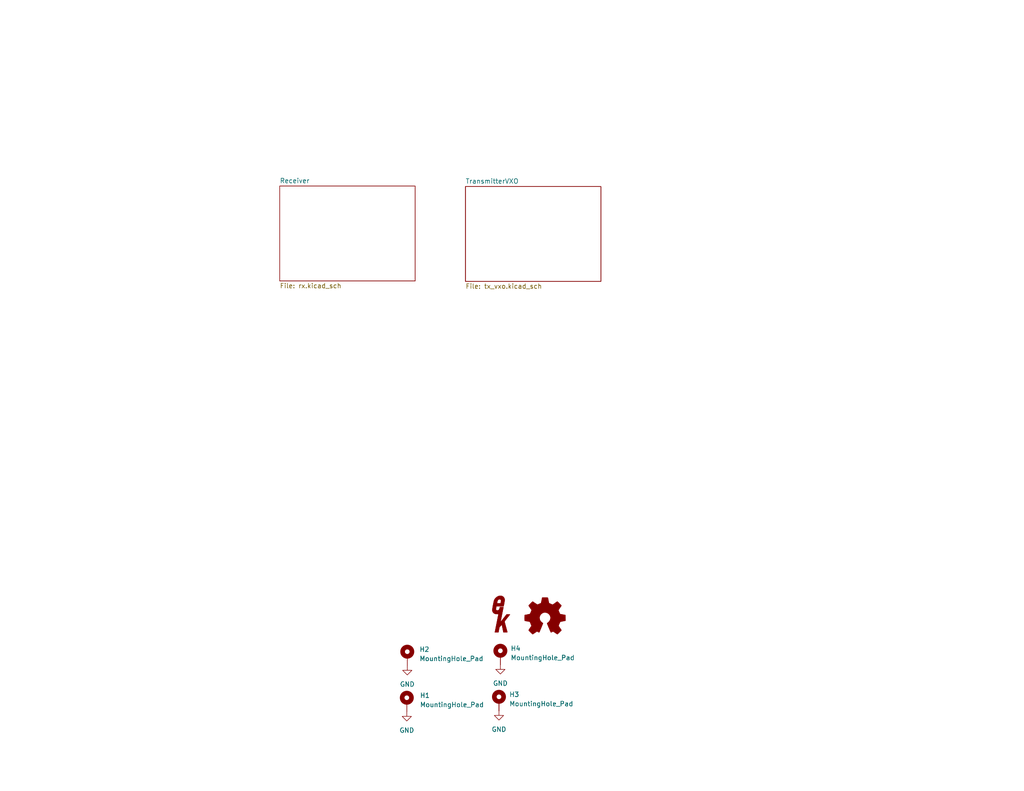
<source format=kicad_sch>
(kicad_sch (version 20230121) (generator eeschema)
  (paper "USLetter")
  (title_block (title "Party Line 80") (date "2023-12-14") (rev "A") (company "Etherkit") (comment 1 "Creative Commons CC BY-SA 4.0"))
  (lib_symbols
    (symbol "EtherkitKicadLibrary:LOGO" (pin_names (offset 1.016))
      (symbol "LOGO_0_0"
        (polyline (pts (xy -0.7475 -4.875) (xy -0.7392 -4.83) (xy -0.7178 -4.7189) (xy -0.6879 -4.5659) (xy -0.6523 -4.3851) (xy -0.6135 -4.1903) (xy -0.5018 -3.6307) (xy -0.197 -3.2903) (xy -0.1646 -3.2542) (xy -0.0551 -3.1338) (xy 0.0366 -3.0352) (xy 0.1017 -2.9677) (xy 0.1315 -2.9408) (xy 0.1365 -2.9489) (xy 0.155 -3.0102) (xy 0.1838 -3.125) (xy 0.2211 -3.2856) (xy 0.2651 -3.4844) (xy 0.3142 -3.7137) (xy 0.3664 -3.9658) (xy 0.5778 -5) (xy 1.1222 -5) (xy 1.2378 -4.9996) (xy 1.4316 -4.9961) (xy 1.5649 -4.989) (xy 1.6419 -4.9777) (xy 1.6666 -4.9622) (xy 1.663 -4.9437) (xy 1.6438 -4.8666) (xy 1.6098 -4.7364) (xy 1.5628 -4.5598) (xy 1.5046 -4.3435) (xy 1.437 -4.0944) (xy 1.3618 -3.8192) (xy 1.2809 -3.5246) (xy 1.2287 -3.3348) (xy 1.1509 -3.0506) (xy 1.0799 -2.7894) (xy 1.0175 -2.5581) (xy 0.9656 -2.3637) (xy 0.926 -2.2129) (xy 0.9005 -2.1127) (xy 0.891 -2.0698) (xy 0.9054 -2.0396) (xy 0.9573 -1.9618) (xy 1.0423 -1.844) (xy 1.1559 -1.6925) (xy 1.2932 -1.5137) (xy 1.4495 -1.3137) (xy 1.6201 -1.099) (xy 1.7685 -0.9135) (xy 1.9293 -0.7119) (xy 2.0731 -0.5312) (xy 2.1948 -0.3776) (xy 2.2896 -0.2573) (xy 2.3525 -0.1766) (xy 2.3786 -0.1416) (xy 2.3787 -0.1415) (xy 2.3748 -0.1247) (xy 2.3346 -0.1129) (xy 2.2506 -0.1052) (xy 2.1151 -0.1012) (xy 1.9205 -0.1) (xy 1.4372 -0.1) (xy 0.6284 -1.132) (xy 0.5759 -1.1989) (xy 0.4011 -1.4209) (xy 0.2406 -1.6235) (xy 0.0987 -1.8012) (xy -0.02 -1.9484) (xy -0.1111 -2.0596) (xy -0.1701 -2.1292) (xy -0.1926 -2.1518) (xy -0.1923 -2.147) (xy -0.1832 -2.0918) (xy -0.1629 -1.9807) (xy -0.1327 -1.8203) (xy -0.0939 -1.6176) (xy -0.048 -1.3794) (xy 0.0038 -1.1127) (xy 0.0601 -0.8241) (xy 0.1194 -0.5207) (xy 0.1806 -0.2092) (xy 0.2422 0.1034) (xy 0.303 0.4104) (xy 0.3614 0.7049) (xy 0.4163 0.98) (xy 0.4662 1.2289) (xy 0.5098 1.4447) (xy 0.5457 1.6206) (xy 0.5727 1.7496) (xy 0.5893 1.825) (xy 0.6072 1.9) (xy 0.1073 1.9) (xy -0.3925 1.9) (xy -0.4342 1.675) (xy -0.499 1.4316) (xy -0.6002 1.2291) (xy -0.7342 1.0838) (xy -0.9006 0.9961) (xy -1.0987 0.9667) (xy -1.1609 0.974) (xy -1.2874 1.0299) (xy -1.3917 1.1269) (xy -1.4526 1.2482) (xy -1.4564 1.2857) (xy -1.4504 1.3934) (xy -1.4298 1.5453) (xy -1.3961 1.7283) (xy -1.3167 2.1167) (xy -0.3327 2.1255) (xy 0.6514 2.1344) (xy 0.7958 2.8849) (xy 0.8025 2.9198) (xy 0.8589 3.2262) (xy 0.8991 3.4782) (xy 0.9233 3.6852) (xy 0.9317 3.8567) (xy 0.9241 4.0019) (xy 0.9007 4.1304) (xy 0.8616 4.2514) (xy 0.8069 4.3744) (xy 0.7638 4.4545) (xy 0.6047 4.6644) (xy 0.4032 4.823) (xy 0.1589 4.9308) (xy -0.1287 4.9878) (xy -0.1579 4.9905) (xy -0.4377 4.9806) (xy -0.7232 4.9128) (xy -1.0046 4.7932) (xy -1.272 4.6277) (xy -1.5155 4.4223) (xy -1.7252 4.183) (xy -1.8913 3.9159) (xy -1.9165 3.8634) (xy -1.9482 3.787) (xy -1.9792 3.6966) (xy -2.0114 3.5851) (xy -2.0466 3.4449) (xy -2.0866 3.2687) (xy -2.1333 3.049) (xy -2.1498 2.968) (xy -1.1571 2.968) (xy -1.1549 2.9908) (xy -1.1525 2.9998) (xy -1.1352 3.0719) (xy -1.1099 3.1842) (xy -1.0812 3.3167) (xy -1.0754 3.3437) (xy -1.0195 3.5554) (xy -0.9547 3.7135) (xy -0.875 3.8295) (xy -0.7744 3.9152) (xy -0.6845 3.9662) (xy -0.5192 4.019) (xy -0.3652 4.0182) (xy -0.2331 3.9646) (xy -0.1335 3.8592) (xy -0.1289 3.8513) (xy -0.0862 3.7421) (xy -0.0719 3.6042) (xy -0.086 3.427) (xy -0.1282 3.2) (xy -0.1834 2.95) (xy -0.6776 2.9408) (xy -0.721 2.94) (xy -0.8996 2.9375) (xy -1.023 2.938) (xy -1.1007 2.9426) (xy -1.1422 2.9523) (xy -1.1571 2.968) (xy -2.1498 2.968) (xy -2.1885 2.7786) (xy -2.254 2.45) (xy -2.2784 2.3256) (xy -2.3436 1.9784) (xy -2.393 1.6859) (xy -2.4271 1.4409) (xy -2.4464 1.2359) (xy -2.4514 1.0636) (xy -2.4429 0.9165) (xy -2.4212 0.7874) (xy -2.3869 0.6687) (xy -2.3194 0.5275) (xy -2.1842 0.3503) (xy -2.0088 0.1938) (xy -1.8079 0.073) (xy -1.7593 0.0508) (xy -1.6803 0.0201) (xy -1.6007 0.0004) (xy -1.504 -0.0106) (xy -1.3737 -0.0155) (xy -1.1932 -0.0166) (xy -1.0296 -0.017) (xy -0.908 -0.0195) (xy -0.8331 -0.0256) (xy -0.7946 -0.0372) (xy -0.7822 -0.0558) (xy -0.7855 -0.0833) (xy -0.7943 -0.1252) (xy -0.8147 -0.2255) (xy -0.8455 -0.3779) (xy -0.8854 -0.5764) (xy -0.9333 -0.8146) (xy -0.9878 -1.0864) (xy -1.0478 -1.3857) (xy -1.112 -1.7062) (xy -1.1792 -2.0418) (xy -1.2481 -2.3862) (xy -1.3175 -2.7333) (xy -1.3861 -3.0769) (xy -1.4528 -3.4108) (xy -1.5163 -3.7289) (xy -1.5753 -4.0248) (xy -1.6286 -4.2926) (xy -1.675 -4.5259) (xy -1.7133 -4.7185) (xy -1.7422 -4.8644) (xy -1.7604 -4.9573) (xy -1.7667 -4.991) (xy -1.7588 -4.9926) (xy -1.6988 -4.9955) (xy -1.5893 -4.9978) (xy -1.442 -4.9994) (xy -1.2682 -5) (xy -0.7697 -5) (xy -0.7475 -4.875)) (stroke (width 0.01)) (fill (type outline)))
      )
    )
    (symbol "Graphic:Logo_Open_Hardware_Small" (in_bom no) (on_board no)
      (symbol "Logo_Open_Hardware_Small_0_1"
        (polyline (pts (xy 3.3528 -4.3434) (xy 3.302 -4.318) (xy 3.175 -4.2418) (xy 2.9972 -4.1148) (xy 2.7686 -3.9624) (xy 2.54 -3.81) (xy 2.3622 -3.7084) (xy 2.2352 -3.6068) (xy 2.1844 -3.5814) (xy 2.159 -3.6068) (xy 2.0574 -3.6576) (xy 1.905 -3.7338) (xy 1.8034 -3.7846) (xy 1.6764 -3.8354) (xy 1.6002 -3.8354) (xy 1.6002 -3.8354) (xy 1.5494 -3.7338) (xy 1.4732 -3.5306) (xy 1.3462 -3.302) (xy 1.2446 -3.0226) (xy 1.1176 -2.7178) (xy 0.9652 -2.413) (xy 0.8636 -2.1082) (xy 0.7366 -1.8288) (xy 0.6604 -1.6256) (xy 0.6096 -1.4732) (xy 0.5842 -1.397) (xy 0.5842 -1.397) (xy 0.6604 -1.3208) (xy 0.7874 -1.2446) (xy 1.0414 -1.016) (xy 1.2954 -0.6858) (xy 1.4478 -0.3302) (xy 1.524 0.0762) (xy 1.4732 0.4572) (xy 1.3208 0.8128) (xy 1.0668 1.143) (xy 0.762 1.3716) (xy 0.4064 1.524) (xy 0 1.5748) (xy -0.381 1.5494) (xy -0.7366 1.397) (xy -1.0668 1.143) (xy -1.2192 0.9906) (xy -1.397 0.6604) (xy -1.524 0.3048) (xy -1.524 0.2286) (xy -1.4986 -0.1778) (xy -1.397 -0.5334) (xy -1.1938 -0.8636) (xy -0.9144 -1.143) (xy -0.8636 -1.1684) (xy -0.7366 -1.27) (xy -0.635 -1.3462) (xy -0.5842 -1.397) (xy -1.0668 -2.5908) (xy -1.143 -2.794) (xy -1.2954 -3.1242) (xy -1.397 -3.4036) (xy -1.4986 -3.6322) (xy -1.5748 -3.7846) (xy -1.6002 -3.8354) (xy -1.6002 -3.8354) (xy -1.651 -3.8354) (xy -1.7272 -3.81) (xy -1.905 -3.7338) (xy -2.0066 -3.683) (xy -2.1336 -3.6068) (xy -2.2098 -3.5814) (xy -2.2606 -3.6068) (xy -2.3622 -3.683) (xy -2.54 -3.81) (xy -2.7686 -3.9624) (xy -2.9718 -4.0894) (xy -3.1496 -4.2164) (xy -3.302 -4.318) (xy -3.3528 -4.3434) (xy -3.3782 -4.3434) (xy -3.429 -4.318) (xy -3.5306 -4.2164) (xy -3.7084 -4.064) (xy -3.937 -3.8354) (xy -3.9624 -3.81) (xy -4.1656 -3.6068) (xy -4.318 -3.4544) (xy -4.4196 -3.3274) (xy -4.445 -3.2766) (xy -4.445 -3.2766) (xy -4.4196 -3.2258) (xy -4.318 -3.0734) (xy -4.2164 -2.8956) (xy -4.064 -2.667) (xy -3.6576 -2.0828) (xy -3.8862 -1.5494) (xy -3.937 -1.3716) (xy -4.0386 -1.1684) (xy -4.0894 -1.0414) (xy -4.1148 -0.9652) (xy -4.191 -0.9398) (xy -4.318 -0.9144) (xy -4.5466 -0.8636) (xy -4.8006 -0.8128) (xy -5.0546 -0.7874) (xy -5.2578 -0.7366) (xy -5.4356 -0.7112) (xy -5.5118 -0.6858) (xy -5.5118 -0.6858) (xy -5.5372 -0.635) (xy -5.5372 -0.5588) (xy -5.5372 -0.4318) (xy -5.5626 -0.2286) (xy -5.5626 0.0762) (xy -5.5626 0.127) (xy -5.5372 0.4064) (xy -5.5372 0.635) (xy -5.5372 0.762) (xy -5.5372 0.8382) (xy -5.5372 0.8382) (xy -5.461 0.8382) (xy -5.3086 0.889) (xy -5.08 0.9144) (xy -4.826 0.9652) (xy -4.8006 0.9906) (xy -4.5466 1.0414) (xy -4.318 1.0668) (xy -4.1656 1.1176) (xy -4.0894 1.143) (xy -4.0894 1.143) (xy -4.0386 1.2446) (xy -3.9624 1.4224) (xy -3.8608 1.6256) (xy -3.7846 1.8288) (xy -3.7084 2.0066) (xy -3.6576 2.159) (xy -3.6322 2.2098) (xy -3.6322 2.2098) (xy -3.683 2.286) (xy -3.7592 2.413) (xy -3.8862 2.5908) (xy -4.064 2.8194) (xy -4.064 2.8448) (xy -4.2164 3.0734) (xy -4.3434 3.2512) (xy -4.4196 3.3782) (xy -4.445 3.4544) (xy -4.445 3.4544) (xy -4.3942 3.5052) (xy -4.2926 3.6322) (xy -4.1148 3.81) (xy -3.937 4.0132) (xy -3.8608 4.064) (xy -3.6576 4.2926) (xy -3.5052 4.4196) (xy -3.4036 4.4958) (xy -3.3528 4.5212) (xy -3.3528 4.5212) (xy -3.302 4.4704) (xy -3.1496 4.3688) (xy -2.9718 4.2418) (xy -2.7432 4.0894) (xy -2.7178 4.0894) (xy -2.4892 3.937) (xy -2.3114 3.81) (xy -2.1844 3.7084) (xy -2.1336 3.683) (xy -2.1082 3.683) (xy -2.032 3.7084) (xy -1.8542 3.7592) (xy -1.6764 3.8354) (xy -1.4732 3.937) (xy -1.27 4.0132) (xy -1.143 4.064) (xy -1.0668 4.1148) (xy -1.0668 4.1148) (xy -1.0414 4.191) (xy -1.016 4.3434) (xy -0.9652 4.572) (xy -0.9144 4.8514) (xy -0.889 4.9022) (xy -0.8382 5.1562) (xy -0.8128 5.3848) (xy -0.7874 5.5372) (xy -0.762 5.588) (xy -0.7112 5.6134) (xy -0.5842 5.6134) (xy -0.4064 5.6134) (xy -0.1524 5.6134) (xy 0.0762 5.6134) (xy 0.3302 5.6134) (xy 0.5334 5.6134) (xy 0.6858 5.588) (xy 0.7366 5.588) (xy 0.7366 5.588) (xy 0.762 5.5118) (xy 0.8128 5.334) (xy 0.8382 5.1054) (xy 0.9144 4.826) (xy 0.9144 4.7752) (xy 0.9652 4.5212) (xy 1.016 4.2926) (xy 1.0414 4.1402) (xy 1.0668 4.0894) (xy 1.0668 4.0894) (xy 1.1938 4.0386) (xy 1.3716 3.9624) (xy 1.5748 3.8608) (xy 2.0828 3.6576) (xy 2.7178 4.0894) (xy 2.7686 4.1402) (xy 2.9972 4.2926) (xy 3.175 4.4196) (xy 3.302 4.4958) (xy 3.3782 4.5212) (xy 3.3782 4.5212) (xy 3.429 4.4704) (xy 3.556 4.3434) (xy 3.7338 4.191) (xy 3.9116 3.9878) (xy 4.064 3.8354) (xy 4.2418 3.6576) (xy 4.3434 3.556) (xy 4.4196 3.4798) (xy 4.4196 3.429) (xy 4.4196 3.4036) (xy 4.3942 3.3274) (xy 4.2926 3.2004) (xy 4.1656 2.9972) (xy 4.0132 2.794) (xy 3.8862 2.5908) (xy 3.7592 2.3876) (xy 3.6576 2.2352) (xy 3.6322 2.159) (xy 3.6322 2.1336) (xy 3.683 2.0066) (xy 3.7592 1.8288) (xy 3.8608 1.6002) (xy 4.064 1.1176) (xy 4.3942 1.0414) (xy 4.5974 1.016) (xy 4.8768 0.9652) (xy 5.1308 0.9144) (xy 5.5372 0.8382) (xy 5.5626 -0.6604) (xy 5.4864 -0.6858) (xy 5.4356 -0.6858) (xy 5.2832 -0.7366) (xy 5.0546 -0.762) (xy 4.8006 -0.8128) (xy 4.5974 -0.8636) (xy 4.3688 -0.9144) (xy 4.2164 -0.9398) (xy 4.1402 -0.9398) (xy 4.1148 -0.9652) (xy 4.064 -1.0668) (xy 3.9878 -1.2446) (xy 3.9116 -1.4478) (xy 3.81 -1.651) (xy 3.7338 -1.8542) (xy 3.683 -2.0066) (xy 3.6576 -2.0828) (xy 3.683 -2.1336) (xy 3.7846 -2.2606) (xy 3.8862 -2.4638) (xy 4.0386 -2.667) (xy 4.191 -2.8956) (xy 4.318 -3.0734) (xy 4.3942 -3.2004) (xy 4.445 -3.2766) (xy 4.4196 -3.3274) (xy 4.3434 -3.429) (xy 4.1656 -3.5814) (xy 3.937 -3.8354) (xy 3.8862 -3.8608) (xy 3.683 -4.064) (xy 3.5306 -4.2164) (xy 3.4036 -4.318) (xy 3.3528 -4.3434)) (fill (type outline)))
      )
    )
    (symbol "Mechanical:MountingHole_Pad" (pin_numbers hide) (pin_names (offset 1.016) hide)
      (property "Reference" "H" (at 0 6.35 0))
      (property "Value" "MountingHole_Pad" (at 0 4.445 0))
      (symbol "MountingHole_Pad_0_1"
        (circle (center 0 1.27) (radius 1.27) (stroke (width 1.27)))
      )
      (symbol "MountingHole_Pad_1_1"
        (pin input line (at 0 -2.54 90) (length 2.54) (name "1") (number "1"))
      )
    )
    (symbol "power:GND" (power) (pin_names (offset 0))
      (property "Value" "GND" (at 0 -3.81 0))
      (symbol "GND_0_1"
        (polyline (pts (xy 0 0) (xy 0 -1.27) (xy 1.27 -1.27) (xy 0 -2.54) (xy -1.27 -1.27) (xy 0 -1.27)))
      )
      (symbol "GND_1_1"
        (pin power_in line (at 0 0 270) (length 0) hide (name "GND") (number "1"))
      )
    )
  )
  (symbol (lib_id "power:GND") (at 111.125 181.737 0) (unit 1)
    (property "Reference" "#PWR090" (effects hide))
    (property "Value" "GND" (at 111.125 186.817 0))
  )
  (symbol (lib_id "power:GND") (at 136.525 181.483 0) (unit 1)
    (property "Reference" "#PWR092" (effects hide))
    (property "Value" "GND" (at 136.525 186.563 0))
  )
  (symbol (lib_id "Mechanical:MountingHole_Pad") (at 136.144 191.516 0) (unit 1) (in_bom no)
    (property "Reference" "H3" (at 138.938 189.611 0) (effects (justify left)))
    (property "Value" "MountingHole_Pad" (at 138.938 192.151 0) (effects (justify left)))
    (property "Footprint" "MountingHole:MountingHole_3.2mm_M3_Pad_Via" (effects hide))
    (property "Sim.Enable" "0" (effects hide))
  )
  (symbol (lib_id "Mechanical:MountingHole_Pad") (at 136.525 178.943 0) (unit 1) (in_bom no)
    (property "Reference" "H4" (at 139.319 177.038 0) (effects (justify left)))
    (property "Value" "MountingHole_Pad" (at 139.319 179.578 0) (effects (justify left)))
    (property "Footprint" "MountingHole:MountingHole_3.2mm_M3_Pad_Via" (effects hide))
    (property "Sim.Enable" "0" (effects hide))
  )
  (symbol (lib_id "power:GND") (at 136.144 194.056 0) (unit 1)
    (property "Reference" "#PWR091" (effects hide))
    (property "Value" "GND" (at 136.144 199.136 0))
  )
  (symbol (lib_id "Mechanical:MountingHole_Pad") (at 111.125 179.197 0) (unit 1) (in_bom no)
    (property "Reference" "H2" (at 114.427 177.292 0) (effects (justify left)))
    (property "Value" "MountingHole_Pad" (at 114.427 179.832 0) (effects (justify left)))
    (property "Footprint" "MountingHole:MountingHole_3.2mm_M3_Pad_Via" (effects hide))
    (property "Sim.Enable" "0" (effects hide))
  )
  (symbol (lib_id "Graphic:Logo_Open_Hardware_Small") (at 148.717 168.783 0) (unit 1) (in_bom no)
    (property "Reference" "SYM1" (effects hide))
    (property "Value" "Logo_Open_Hardware_Small" (effects hide))
    (property "Footprint" "EtherkitKicadLibrary:OSHWLogo4mm" (effects hide))
    (property "Sim.Enable" "0" (effects hide))
  )
  (symbol (lib_id "power:GND") (at 110.998 194.31 0) (unit 1)
    (property "Reference" "#PWR089" (effects hide))
    (property "Value" "GND" (at 110.998 199.39 0))
  )
  (symbol (lib_id "EtherkitKicadLibrary:LOGO") (at 136.779 167.64 0) (unit 1) (in_bom no)
    (property "Reference" "G1" (effects hide))
    (property "Value" "LOGO" (effects hide))
    (property "Footprint" "EtherkitKicadLibrary:EtherkitLogoSmall" (effects hide))
    (property "Sim.Enable" "0" (effects hide))
  )
  (symbol (lib_id "Mechanical:MountingHole_Pad") (at 110.998 191.77 0) (unit 1) (in_bom no)
    (property "Reference" "H1" (at 114.554 189.865 0) (effects (justify left)))
    (property "Value" "MountingHole_Pad" (at 114.554 192.405 0) (effects (justify left)))
    (property "Footprint" "MountingHole:MountingHole_3.2mm_M3_Pad_Via" (effects hide))
    (property "Sim.Enable" "0" (effects hide))
  )
  (sheet (at 76.327 50.8) (size 36.957 25.908) (stroke (width 0.1524))
    (property "Sheetname" "Receiver" (at 76.327 50.0884 0) (effects (justify left bottom)))
    (property "Sheetfile" "rx.kicad_sch" (at 76.327 77.2926 0) (effects (justify left top)))
  )
  (sheet (at 127 50.927) (size 36.957 25.908) (stroke (width 0.1524))
    (property "Sheetname" "TransmitterVXO" (at 127 50.2154 0) (effects (justify left bottom)))
    (property "Sheetfile" "tx_vxo.kicad_sch" (at 127 77.4196 0) (effects (justify left top)))
  )
)
</source>
